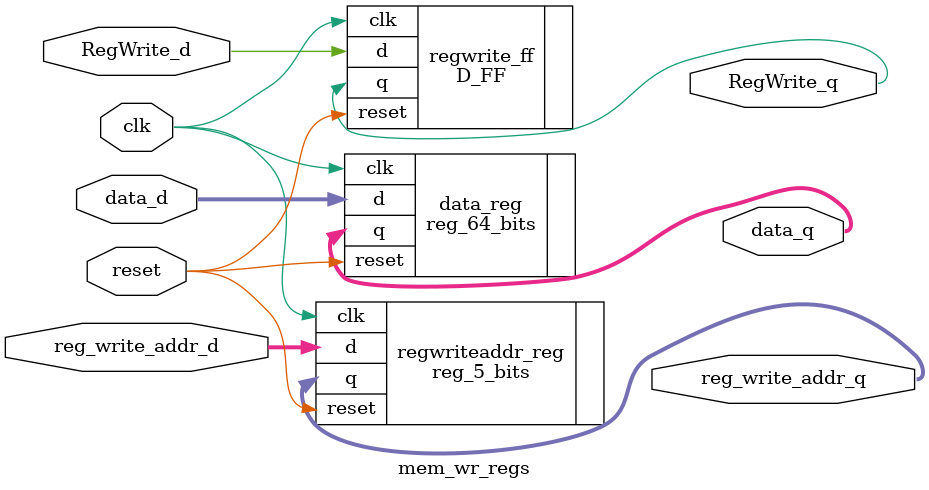
<source format=sv>
`timescale 1ns/10ps

module mem_wr_regs (
    input logic clk,
    input logic reset,

    output logic [63:0] data_q,
    output logic [4:0] reg_write_addr_q,
    output logic RegWrite_q,

    input logic [63:0] data_d,
    input logic [4:0] reg_write_addr_d,
    input logic RegWrite_d
);


    reg_64_bits data_reg (
        .q      (data_q),
        .d      (data_d),
        .reset  (reset),
        .clk    (clk)
    );

    reg_5_bits regwriteaddr_reg (
        .q      (reg_write_addr_q),
        .d      (reg_write_addr_d),
        .reset  (reset),
        .clk    (clk)
    );

    D_FF regwrite_ff (
        .q      (RegWrite_q), 
        .d      (RegWrite_d),
        .reset  (reset), 
        .clk    (clk)
    );


endmodule
</source>
